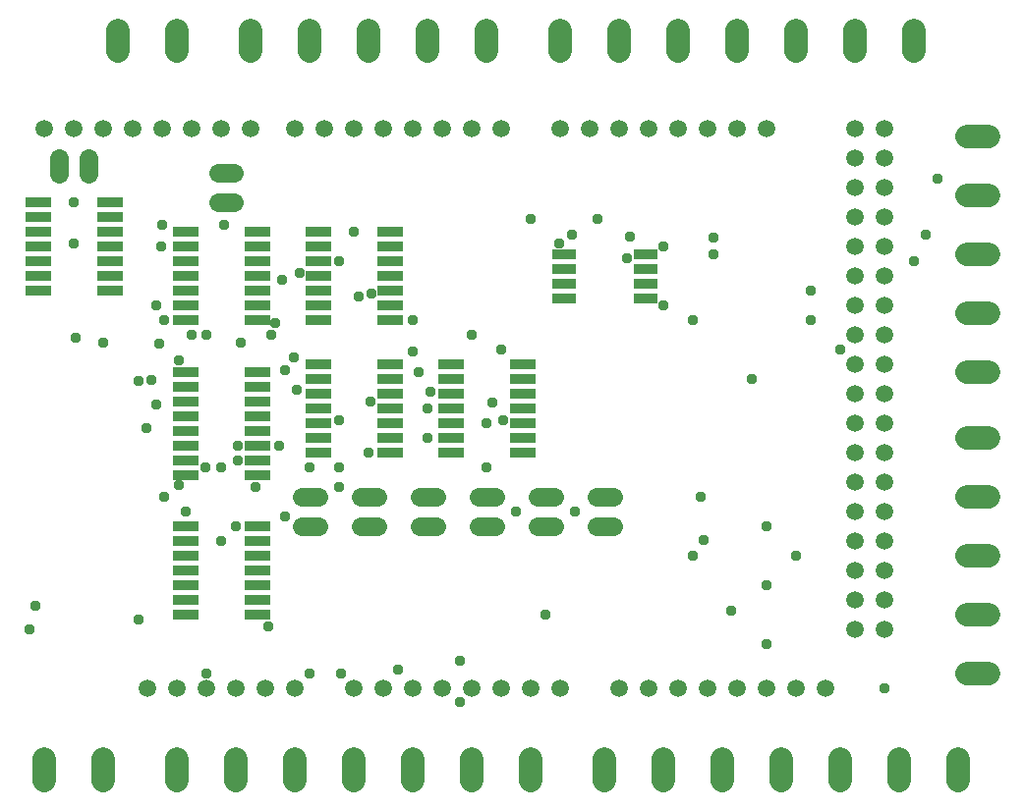
<source format=gbr>
G04 EAGLE Gerber RS-274X export*
G75*
%MOMM*%
%FSLAX34Y34*%
%LPD*%
%INSoldermask Bottom*%
%IPPOS*%
%AMOC8*
5,1,8,0,0,1.08239X$1,22.5*%
G01*
%ADD10R,2.235200X0.863600*%
%ADD11C,1.511200*%
%ADD12C,1.993900*%
%ADD13C,1.625600*%
%ADD14R,2.003200X0.903200*%
%ADD15C,0.959600*%


D10*
X576834Y577850D03*
X515366Y577850D03*
X576834Y565150D03*
X576834Y552450D03*
X515366Y565150D03*
X515366Y552450D03*
X576834Y539750D03*
X515366Y539750D03*
X576834Y527050D03*
X515366Y527050D03*
X576834Y514350D03*
X576834Y501650D03*
X515366Y514350D03*
X515366Y501650D03*
X576834Y488950D03*
X515366Y488950D03*
X805434Y584200D03*
X743966Y584200D03*
X805434Y571500D03*
X805434Y558800D03*
X743966Y571500D03*
X743966Y558800D03*
X805434Y546100D03*
X743966Y546100D03*
X805434Y533400D03*
X805434Y520700D03*
X743966Y533400D03*
X743966Y520700D03*
X805434Y508000D03*
X743966Y508000D03*
X576834Y444500D03*
X515366Y444500D03*
X576834Y431800D03*
X576834Y419100D03*
X515366Y431800D03*
X515366Y419100D03*
X576834Y406400D03*
X515366Y406400D03*
X576834Y393700D03*
X576834Y381000D03*
X515366Y393700D03*
X515366Y381000D03*
X576834Y368300D03*
X515366Y368300D03*
X576834Y698500D03*
X515366Y698500D03*
X576834Y685800D03*
X576834Y673100D03*
X515366Y685800D03*
X515366Y673100D03*
X576834Y660400D03*
X515366Y660400D03*
X576834Y647700D03*
X576834Y635000D03*
X515366Y647700D03*
X515366Y635000D03*
X576834Y622300D03*
X515366Y622300D03*
D11*
X393700Y787400D03*
X419100Y787400D03*
X444500Y787400D03*
X469900Y787400D03*
X495300Y787400D03*
X520700Y787400D03*
X546100Y787400D03*
X571500Y787400D03*
X609600Y787400D03*
X635000Y787400D03*
X660400Y787400D03*
X685800Y787400D03*
X711200Y787400D03*
X736600Y787400D03*
X762000Y787400D03*
X787400Y787400D03*
X838200Y787400D03*
X863600Y787400D03*
X889000Y787400D03*
X914400Y787400D03*
X939800Y787400D03*
X965200Y787400D03*
X990600Y787400D03*
X1016000Y787400D03*
X1092200Y787400D03*
X1092200Y762000D03*
X1092200Y736600D03*
X1092200Y711200D03*
X1092200Y685800D03*
X1092200Y660400D03*
X1092200Y635000D03*
X1092200Y609600D03*
X1092200Y584200D03*
X1092200Y558800D03*
X1092200Y533400D03*
X1092200Y508000D03*
X1092200Y482600D03*
X1092200Y457200D03*
X1092200Y431800D03*
X1092200Y406400D03*
X1092200Y381000D03*
X1092200Y355600D03*
X1117600Y355600D03*
X1117600Y381000D03*
X1117600Y406400D03*
X1117600Y431800D03*
X1117600Y457200D03*
X1117600Y482600D03*
X1117600Y508000D03*
X1117600Y533400D03*
X1117600Y558800D03*
X1117600Y584200D03*
X1117600Y609600D03*
X1117600Y635000D03*
X1117600Y660400D03*
X1117600Y685800D03*
X1117600Y711200D03*
X1117600Y736600D03*
X1117600Y762000D03*
X1117600Y787400D03*
X1066800Y304800D03*
X1041400Y304800D03*
X1016000Y304800D03*
X990600Y304800D03*
X965200Y304800D03*
X939800Y304800D03*
X914400Y304800D03*
X889000Y304800D03*
X838200Y304800D03*
X812800Y304800D03*
X787400Y304800D03*
X762000Y304800D03*
X736600Y304800D03*
X711200Y304800D03*
X685800Y304800D03*
X660400Y304800D03*
X609600Y304800D03*
X584200Y304800D03*
X558800Y304800D03*
X533400Y304800D03*
X508000Y304800D03*
X482600Y304800D03*
D12*
X393700Y243904D02*
X393700Y225997D01*
X444500Y225997D02*
X444500Y243904D01*
X508000Y854647D02*
X508000Y872554D01*
X457200Y872554D02*
X457200Y854647D01*
X774700Y854647D02*
X774700Y872554D01*
X723900Y872554D02*
X723900Y854647D01*
X673100Y854647D02*
X673100Y872554D01*
X622300Y872554D02*
X622300Y854647D01*
X571500Y854647D02*
X571500Y872554D01*
D13*
X615188Y469900D02*
X629412Y469900D01*
X629412Y444500D02*
X615188Y444500D01*
X665988Y469900D02*
X680212Y469900D01*
X680212Y444500D02*
X665988Y444500D01*
X716788Y469900D02*
X731012Y469900D01*
X731012Y444500D02*
X716788Y444500D01*
X767588Y469900D02*
X781812Y469900D01*
X781812Y444500D02*
X767588Y444500D01*
X818388Y469900D02*
X832612Y469900D01*
X832612Y444500D02*
X818388Y444500D01*
X869188Y469900D02*
X883412Y469900D01*
X883412Y444500D02*
X869188Y444500D01*
D10*
X691134Y698500D03*
X629666Y698500D03*
X691134Y685800D03*
X691134Y673100D03*
X629666Y685800D03*
X629666Y673100D03*
X691134Y660400D03*
X629666Y660400D03*
X691134Y647700D03*
X691134Y635000D03*
X629666Y647700D03*
X629666Y635000D03*
X691134Y622300D03*
X629666Y622300D03*
X691134Y584200D03*
X629666Y584200D03*
X691134Y571500D03*
X691134Y558800D03*
X629666Y571500D03*
X629666Y558800D03*
X691134Y546100D03*
X629666Y546100D03*
X691134Y533400D03*
X691134Y520700D03*
X629666Y533400D03*
X629666Y520700D03*
X691134Y508000D03*
X629666Y508000D03*
D12*
X508000Y243904D02*
X508000Y225997D01*
X558800Y225997D02*
X558800Y243904D01*
X609600Y243904D02*
X609600Y225997D01*
X660400Y225997D02*
X660400Y243904D01*
X711200Y243904D02*
X711200Y225997D01*
X762000Y225997D02*
X762000Y243904D01*
X812800Y243904D02*
X812800Y225997D01*
X876300Y225997D02*
X876300Y243904D01*
X927100Y243904D02*
X927100Y225997D01*
X977900Y225997D02*
X977900Y243904D01*
X1028700Y243904D02*
X1028700Y225997D01*
X1079500Y225997D02*
X1079500Y243904D01*
X1130300Y243904D02*
X1130300Y225997D01*
X1181100Y225997D02*
X1181100Y243904D01*
X1143000Y854647D02*
X1143000Y872554D01*
X1092200Y872554D02*
X1092200Y854647D01*
X1041400Y854647D02*
X1041400Y872554D01*
X990600Y872554D02*
X990600Y854647D01*
X939800Y854647D02*
X939800Y872554D01*
X889000Y872554D02*
X889000Y854647D01*
X838200Y854647D02*
X838200Y872554D01*
D13*
X557022Y749300D02*
X542798Y749300D01*
X542798Y723900D02*
X557022Y723900D01*
X406400Y748538D02*
X406400Y762762D01*
X431800Y762762D02*
X431800Y748538D01*
D10*
X449834Y723900D03*
X388366Y723900D03*
X449834Y711200D03*
X449834Y698500D03*
X388366Y711200D03*
X388366Y698500D03*
X449834Y685800D03*
X388366Y685800D03*
X449834Y673100D03*
X449834Y660400D03*
X388366Y673100D03*
X388366Y660400D03*
X449834Y647700D03*
X388366Y647700D03*
D14*
X911800Y679450D03*
X911800Y666750D03*
X911800Y654050D03*
X911800Y641350D03*
X840800Y641350D03*
X840800Y654050D03*
X840800Y666750D03*
X840800Y679450D03*
D12*
X1188657Y577850D02*
X1206564Y577850D01*
X1206564Y628650D02*
X1188657Y628650D01*
X1188657Y679450D02*
X1206564Y679450D01*
X1206564Y730250D02*
X1188657Y730250D01*
X1188657Y781050D02*
X1206564Y781050D01*
X1206564Y317500D02*
X1188657Y317500D01*
X1188657Y368300D02*
X1206564Y368300D01*
X1206564Y419100D02*
X1188657Y419100D01*
X1188657Y469900D02*
X1206564Y469900D01*
X1206564Y520700D02*
X1188657Y520700D01*
D15*
X608330Y590550D03*
X589280Y609600D03*
X711200Y622300D03*
X762000Y609600D03*
X575310Y478790D03*
X648970Y317500D03*
X622300Y317500D03*
X698500Y321310D03*
X970280Y693420D03*
X970280Y679450D03*
X520700Y609600D03*
X610870Y562610D03*
X751840Y328930D03*
X751840Y293370D03*
X1117600Y304800D03*
X381000Y355600D03*
X386080Y375920D03*
X419100Y688340D03*
X419100Y723900D03*
X586740Y358140D03*
X825500Y368300D03*
X927100Y635000D03*
X897890Y694690D03*
X711200Y595630D03*
X494030Y685800D03*
X509270Y588010D03*
X515620Y457200D03*
X600710Y453390D03*
X533400Y317500D03*
X600710Y579120D03*
X492760Y601980D03*
X444500Y603250D03*
X774700Y533400D03*
X774700Y495300D03*
X647700Y495300D03*
X647700Y535940D03*
X647700Y478790D03*
X837084Y688494D03*
X723900Y546100D03*
X533400Y609600D03*
X490220Y635000D03*
X560070Y514350D03*
X474980Y570230D03*
X481330Y529590D03*
X490220Y549910D03*
X496288Y469900D03*
X474980Y364490D03*
X496288Y622300D03*
X546100Y431800D03*
X622300Y495300D03*
X595912Y514350D03*
X532412Y495300D03*
X546100Y495300D03*
X560070Y501650D03*
X1016000Y342900D03*
X647700Y673100D03*
X558800Y444500D03*
X613475Y663005D03*
X952500Y419100D03*
X1041400Y419100D03*
X1016000Y444500D03*
X673100Y508000D03*
X726132Y561032D03*
X1079500Y596900D03*
X1054100Y647700D03*
X927100Y685800D03*
X895350Y675640D03*
X812800Y709930D03*
X674370Y552450D03*
X675486Y645314D03*
X869950Y709930D03*
X848360Y695960D03*
X598498Y657140D03*
X660400Y698500D03*
X787400Y596900D03*
X788670Y535940D03*
X723900Y520700D03*
X664210Y642620D03*
X779780Y551180D03*
X716280Y577850D03*
X952500Y622300D03*
X1016000Y393700D03*
X985520Y372110D03*
X961390Y433070D03*
X959132Y469900D03*
X1054100Y622300D03*
X1003300Y571500D03*
X509270Y480060D03*
X485789Y570879D03*
X562610Y603250D03*
X592300Y619760D03*
X420370Y607060D03*
X800100Y457200D03*
X850900Y457200D03*
X548076Y705132D03*
X495300Y704568D03*
X1143000Y673100D03*
X1153160Y695960D03*
X1163320Y744220D03*
M02*

</source>
